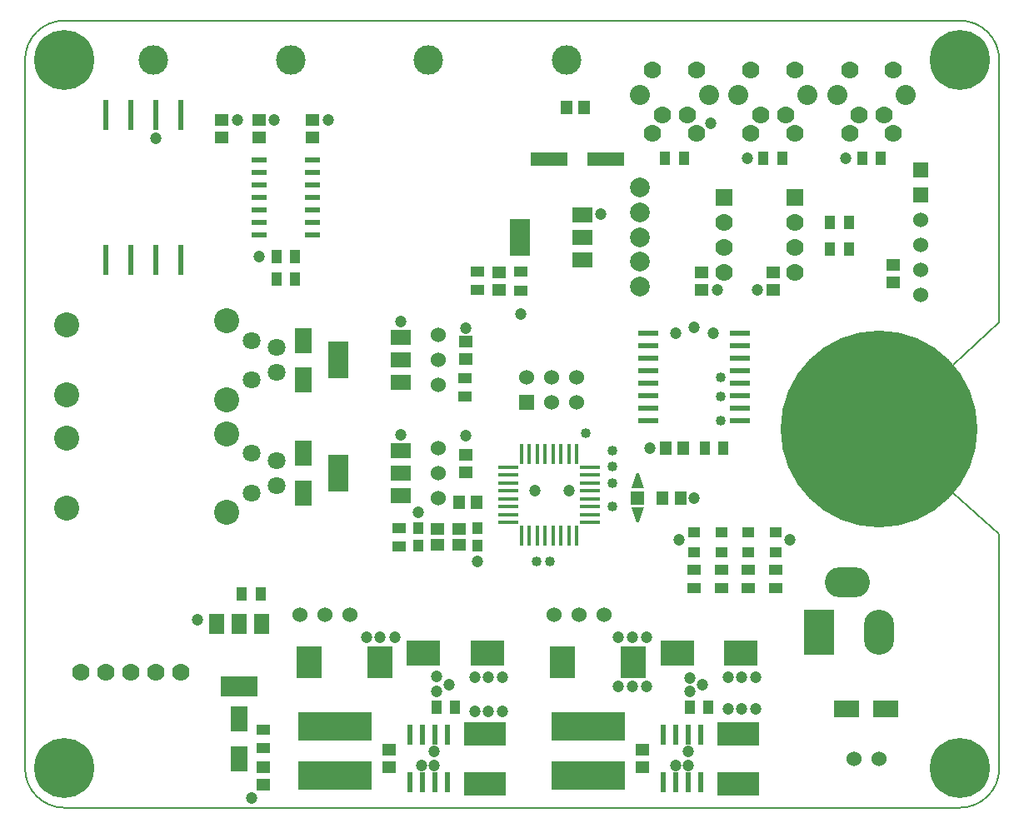
<source format=gts>
G04 #@! TF.FileFunction,Soldermask,Top*
%FSLAX46Y46*%
G04 Gerber Fmt 4.6, Leading zero omitted, Abs format (unit mm)*
G04 Created by KiCad (PCBNEW 4.0.1-3.201512161002+6197~38~ubuntu15.04.1-stable) date Fri Dec 18 17:49:46 2015*
%MOMM*%
G01*
G04 APERTURE LIST*
%ADD10C,0.025400*%
%ADD11C,0.127000*%
%ADD12C,1.200000*%
%ADD13C,1.016000*%
%ADD14C,20.000000*%
%ADD15R,1.700000X2.500000*%
%ADD16R,2.500000X1.700000*%
%ADD17R,1.270000X1.016000*%
%ADD18R,1.400000X1.400000*%
%ADD19R,1.524000X1.524000*%
%ADD20C,1.524000*%
%ADD21C,1.778000*%
%ADD22R,1.778000X1.778000*%
%ADD23C,2.540000*%
%ADD24C,1.800000*%
%ADD25O,3.048000X4.572000*%
%ADD26R,3.048000X4.572000*%
%ADD27O,4.572000X3.048000*%
%ADD28R,2.032000X3.810000*%
%ADD29R,2.032000X1.524000*%
%ADD30R,3.810000X2.032000*%
%ADD31R,1.524000X2.032000*%
%ADD32C,6.096000*%
%ADD33C,2.032000*%
%ADD34R,1.998980X0.599440*%
%ADD35R,1.998980X0.449580*%
%ADD36R,0.449580X1.998980*%
%ADD37R,1.400000X1.200000*%
%ADD38R,1.000000X1.450000*%
%ADD39R,1.450000X1.000000*%
%ADD40R,1.100000X1.150000*%
%ADD41C,2.000000*%
%ADD42C,3.000000*%
%ADD43R,0.609600X2.032000*%
%ADD44R,1.450000X1.150000*%
%ADD45R,1.150000X1.450000*%
%ADD46R,4.300000X2.400000*%
%ADD47R,3.500000X2.500000*%
%ADD48R,7.500000X3.000000*%
%ADD49R,1.549400X0.596900*%
%ADD50R,2.600000X3.200000*%
%ADD51R,3.800000X1.400000*%
%ADD52R,0.609600X3.048000*%
G04 APERTURE END LIST*
D10*
D11*
X4000000Y0D02*
X95000000Y0D01*
X99000000Y49300000D02*
X94300000Y45000000D01*
X99000000Y76000000D02*
X99000000Y49300000D01*
X94300000Y38500000D02*
X94300000Y45000000D01*
X94300000Y32000000D02*
X94300000Y38500000D01*
X99000000Y27800000D02*
X94300000Y32000000D01*
X99000000Y4000000D02*
X99000000Y27800000D01*
X0Y76000000D02*
X0Y4000000D01*
X95000000Y80000000D02*
X4000000Y80000000D01*
X99000000Y76000000D02*
G75*
G03X95000000Y80000000I-4000000J0D01*
G01*
X95000000Y0D02*
G75*
G03X99000000Y4000000I0J4000000D01*
G01*
X0Y4000000D02*
G75*
G03X4000000Y0I4000000J0D01*
G01*
X4000000Y80000000D02*
G75*
G03X0Y76000000I0J-4000000D01*
G01*
D12*
X60300000Y12300000D03*
X61750000Y12300000D03*
X63200000Y12300000D03*
X50350000Y50200000D03*
X45700000Y9750000D03*
X47100000Y9750000D03*
X45700000Y13250000D03*
X47100000Y13250000D03*
X71450000Y10000000D03*
X72850000Y10000000D03*
X71450000Y13250000D03*
X72850000Y13250000D03*
X63200000Y17300000D03*
X61750000Y17300000D03*
X37600000Y17300000D03*
X67600000Y13200000D03*
X68800000Y12500000D03*
X67400000Y4300000D03*
X67400000Y5700000D03*
X66100000Y4300000D03*
X41800000Y13300000D03*
X41800000Y11800000D03*
X67600000Y11800000D03*
X41600000Y5700000D03*
X43100000Y12500000D03*
X41600000Y4300000D03*
X23000000Y1000000D03*
X74250000Y10000000D03*
X74250000Y13250000D03*
X60300000Y17300000D03*
X48500000Y13250000D03*
X17500000Y19100000D03*
X44750000Y48750000D03*
X63500000Y36500000D03*
X66500000Y27250000D03*
X77750000Y27250000D03*
X68000000Y48800000D03*
X69900000Y48200000D03*
X66100000Y48200000D03*
X46000000Y25000000D03*
X58500000Y60300000D03*
X74400000Y52600000D03*
X70350000Y52600000D03*
X83400000Y66000000D03*
X73400000Y66000000D03*
X69700000Y69600000D03*
X38200000Y49400000D03*
X38200000Y37900000D03*
X68000000Y31500000D03*
X55300000Y32200000D03*
X40000000Y30000000D03*
X51800000Y32200000D03*
X23800000Y56000000D03*
X30800000Y69900000D03*
X21600000Y69900000D03*
X13300000Y68000000D03*
X25300000Y69900000D03*
D13*
X57000000Y38100000D03*
X70700000Y41800000D03*
X70700000Y43700000D03*
X70700000Y39300000D03*
X52000000Y25000000D03*
X59700000Y34700000D03*
X59700000Y36300000D03*
X59650000Y30600000D03*
X59700000Y33000000D03*
X53350000Y25000000D03*
D14*
X86750000Y38500000D03*
D15*
X28250000Y47500000D03*
X28250000Y43500000D03*
X21750000Y5000000D03*
X21750000Y9000000D03*
D16*
X83500000Y10000000D03*
X87500000Y10000000D03*
D17*
X73500000Y25984000D03*
X73500000Y28016000D03*
X70750000Y25984000D03*
X70750000Y28016000D03*
X68000000Y25984000D03*
X68000000Y28016000D03*
X76250000Y25984000D03*
X76250000Y28016000D03*
D15*
X28250000Y36000000D03*
X28250000Y32000000D03*
D10*
G36*
X62123000Y33976500D02*
X62377000Y33976500D01*
X62885000Y32452500D01*
X61615000Y32452500D01*
X62123000Y33976500D01*
X62123000Y33976500D01*
G37*
G36*
X61615000Y30547500D02*
X62885000Y30547500D01*
X62377000Y29023500D01*
X62123000Y29023500D01*
X61615000Y30547500D01*
X61615000Y30547500D01*
G37*
D18*
X62250000Y31500000D03*
D19*
X50960000Y41230000D03*
D20*
X50960000Y43770000D03*
X53500000Y41230000D03*
X53500000Y43770000D03*
X56040000Y41230000D03*
X56040000Y43770000D03*
D19*
X91000000Y64850000D03*
X91000000Y62310000D03*
D20*
X91000000Y59770000D03*
X91000000Y57230000D03*
X91000000Y54690000D03*
X91000000Y52150000D03*
D21*
X78250000Y54440000D03*
X78250000Y56980000D03*
X78250000Y59520000D03*
D22*
X78250000Y62060000D03*
D21*
X71000000Y54440000D03*
X71000000Y56980000D03*
X71000000Y59520000D03*
D22*
X71000000Y62060000D03*
D20*
X42000000Y42960000D03*
X42000000Y45500000D03*
X42000000Y48040000D03*
X84230000Y5000000D03*
X86770000Y5000000D03*
D23*
X4204000Y41944000D03*
X4204000Y49056000D03*
X20460000Y49513200D03*
X20460000Y41486800D03*
D24*
X23000000Y43500000D03*
X23000000Y47500000D03*
X25540000Y44230000D03*
X25540000Y46770000D03*
D25*
X86750000Y17800000D03*
D26*
X80654000Y17800000D03*
D27*
X83575000Y22880000D03*
D20*
X42000000Y31460000D03*
X42000000Y34000000D03*
X42000000Y36540000D03*
D23*
X4204000Y30444000D03*
X4204000Y37556000D03*
X20460000Y38013200D03*
X20460000Y29986800D03*
D24*
X23000000Y32000000D03*
X23000000Y36000000D03*
X25540000Y32730000D03*
X25540000Y35270000D03*
D28*
X31825000Y45500000D03*
D29*
X38175000Y45500000D03*
X38175000Y47786000D03*
X38175000Y43214000D03*
D28*
X50325000Y58000000D03*
D29*
X56675000Y58000000D03*
X56675000Y60286000D03*
X56675000Y55714000D03*
D28*
X31825000Y34000000D03*
D29*
X38175000Y34000000D03*
X38175000Y36286000D03*
X38175000Y31714000D03*
D30*
X21750000Y12325000D03*
D31*
X21750000Y18675000D03*
X19464000Y18675000D03*
X24036000Y18675000D03*
D32*
X4000000Y76000000D03*
X95000000Y76000000D03*
X4000000Y4000000D03*
X95000000Y4000000D03*
D21*
X8210000Y13750000D03*
X15830000Y13750000D03*
X13290000Y13750000D03*
X5670000Y13750000D03*
X10750000Y13750000D03*
X68222500Y75000000D03*
X63777500Y75000000D03*
D33*
X69492500Y72460000D03*
X62507500Y72460000D03*
D21*
X63777500Y68523000D03*
X68222500Y68523000D03*
X64730000Y70428000D03*
X67270000Y70428000D03*
X88222500Y75000000D03*
X83777500Y75000000D03*
D33*
X89492500Y72460000D03*
X82507500Y72460000D03*
D21*
X83777500Y68523000D03*
X88222500Y68523000D03*
X84730000Y70428000D03*
X87270000Y70428000D03*
X78222500Y75000000D03*
X73777500Y75000000D03*
D33*
X79492500Y72460000D03*
X72507500Y72460000D03*
D21*
X73777500Y68523000D03*
X78222500Y68523000D03*
X74730000Y70428000D03*
X77270000Y70428000D03*
D34*
X72650740Y39305000D03*
X72650740Y40575000D03*
X72650740Y41845000D03*
X72650740Y43115000D03*
X72650740Y44385000D03*
X72650740Y45655000D03*
X72650740Y46925000D03*
X72650740Y48195000D03*
X63349260Y48195000D03*
X63349260Y46925000D03*
X63349260Y45655000D03*
X63349260Y44385000D03*
X63349260Y43115000D03*
X63349260Y41845000D03*
X63349260Y40575000D03*
X63349260Y39305000D03*
D35*
X49099640Y29000920D03*
X49099640Y29801020D03*
X49099640Y30601120D03*
X49099640Y31401220D03*
X49099640Y32198780D03*
X49099640Y32998880D03*
X49099640Y33798980D03*
X49099640Y34599080D03*
X57400360Y34599080D03*
X57400360Y29000920D03*
X57400360Y29801020D03*
X57400360Y30601120D03*
X57400360Y31401220D03*
X57400360Y32198780D03*
X57400360Y32998880D03*
X57400360Y33798980D03*
D36*
X50450920Y35950360D03*
X51251020Y35950360D03*
X52051120Y35950360D03*
X52851220Y35950360D03*
X53648780Y35950360D03*
X54448880Y35950360D03*
X55248980Y35950360D03*
X56049080Y35950360D03*
X50450920Y27649640D03*
X51251020Y27649640D03*
X52051120Y27649640D03*
X52851220Y27649640D03*
X53648780Y27649640D03*
X54448880Y27649640D03*
X55248980Y27649640D03*
X56049080Y27649640D03*
D37*
X44100000Y28300000D03*
X41900000Y26700000D03*
X44100000Y26700000D03*
X41900000Y28300000D03*
D12*
X44800000Y37800000D03*
D38*
X76950000Y66000000D03*
X75050000Y66000000D03*
X86950000Y66000000D03*
X85050000Y66000000D03*
D39*
X76250000Y22300000D03*
X76250000Y24200000D03*
D38*
X70950000Y36500000D03*
X69050000Y36500000D03*
D39*
X68000000Y22300000D03*
X68000000Y24200000D03*
X70750000Y22300000D03*
X70750000Y24200000D03*
X73500000Y22300000D03*
X73500000Y24200000D03*
X24250000Y6050000D03*
X24250000Y7950000D03*
X45950000Y54500000D03*
X45950000Y52600000D03*
D38*
X25550000Y56000000D03*
X27450000Y56000000D03*
X83700000Y56750000D03*
X81800000Y56750000D03*
X83700000Y59500000D03*
X81800000Y59500000D03*
X66950000Y66000000D03*
X65050000Y66000000D03*
D40*
X40000000Y26600000D03*
X40000000Y28400000D03*
X46000000Y28400000D03*
X46000000Y26600000D03*
D41*
X62500000Y53000000D03*
X62500000Y55500000D03*
X62500000Y58000000D03*
X62500000Y63000000D03*
X62500000Y60500000D03*
D42*
X27000000Y76000000D03*
X13000000Y76000000D03*
X41000000Y76000000D03*
X55000000Y76000000D03*
D38*
X69450000Y10250000D03*
X67550000Y10250000D03*
X43700000Y10250000D03*
X41800000Y10250000D03*
D12*
X34700000Y17300000D03*
X48500000Y9750000D03*
D43*
X39095000Y7413000D03*
X39095000Y2587000D03*
X40365000Y7413000D03*
X41635000Y7413000D03*
X42905000Y7413000D03*
X40365000Y2587000D03*
X41635000Y2587000D03*
X42905000Y2587000D03*
X64845000Y7413000D03*
X64845000Y2587000D03*
X66115000Y7413000D03*
X67385000Y7413000D03*
X68655000Y7413000D03*
X66115000Y2587000D03*
X67385000Y2587000D03*
X68655000Y2587000D03*
D44*
X37000000Y5900000D03*
X37000000Y4100000D03*
X62750000Y5900000D03*
X62750000Y4100000D03*
D45*
X64800000Y31500000D03*
X66600000Y31500000D03*
D44*
X88250000Y55150000D03*
X88250000Y53350000D03*
X29250000Y68100000D03*
X29250000Y69900000D03*
X23750000Y68100000D03*
X23750000Y69900000D03*
X76000000Y54400000D03*
X76000000Y52600000D03*
X20000000Y68100000D03*
X20000000Y69900000D03*
X68750000Y54400000D03*
X68750000Y52600000D03*
X44750000Y45600000D03*
X44750000Y47400000D03*
X24250000Y4150000D03*
X24250000Y2350000D03*
D45*
X56800000Y71200000D03*
X55000000Y71200000D03*
X66900000Y36500000D03*
X65100000Y36500000D03*
X45900000Y31000000D03*
X44100000Y31000000D03*
D44*
X48150000Y52600000D03*
X48150000Y54400000D03*
X44750000Y34100000D03*
X44750000Y35900000D03*
D46*
X46750000Y2460000D03*
X46750000Y7540000D03*
X72500000Y2460000D03*
X72500000Y7540000D03*
D20*
X53760000Y19600000D03*
X56300000Y19600000D03*
X58840000Y19600000D03*
X27960000Y19600000D03*
X30500000Y19600000D03*
X33040000Y19600000D03*
D47*
X40500000Y15750000D03*
X47000000Y15750000D03*
X66250000Y15750000D03*
X72750000Y15750000D03*
D48*
X31500000Y8250000D03*
X31500000Y3250000D03*
X57250000Y8250000D03*
X57250000Y3250000D03*
D38*
X25550000Y53700000D03*
X27450000Y53700000D03*
D12*
X40300000Y4300000D03*
X36100000Y17300000D03*
D39*
X44700000Y41750000D03*
X44700000Y43650000D03*
X38000000Y26550000D03*
X38000000Y28450000D03*
D38*
X22050000Y21700000D03*
X23950000Y21700000D03*
D39*
X50350000Y52550000D03*
X50350000Y54450000D03*
D49*
X23807600Y60730000D03*
X23807600Y59460000D03*
X23807600Y58190000D03*
X29192400Y60730000D03*
X23807600Y64540000D03*
X23807600Y63270000D03*
X23807600Y62000000D03*
X29192400Y63270000D03*
X29192400Y64540000D03*
X29192400Y65810000D03*
X29192400Y59460000D03*
X23807600Y65810000D03*
X29192400Y58190000D03*
X29192400Y62000000D03*
D50*
X36100000Y14800000D03*
X28900000Y14800000D03*
X61800000Y14800000D03*
X54600000Y14800000D03*
D51*
X59000000Y65900000D03*
X53250000Y65900000D03*
D52*
X15810000Y70366000D03*
X13270000Y70366000D03*
X10730000Y70366000D03*
X8190000Y70366000D03*
X8190000Y55634000D03*
X10730000Y55634000D03*
X13270000Y55634000D03*
X15810000Y55634000D03*
M02*

</source>
